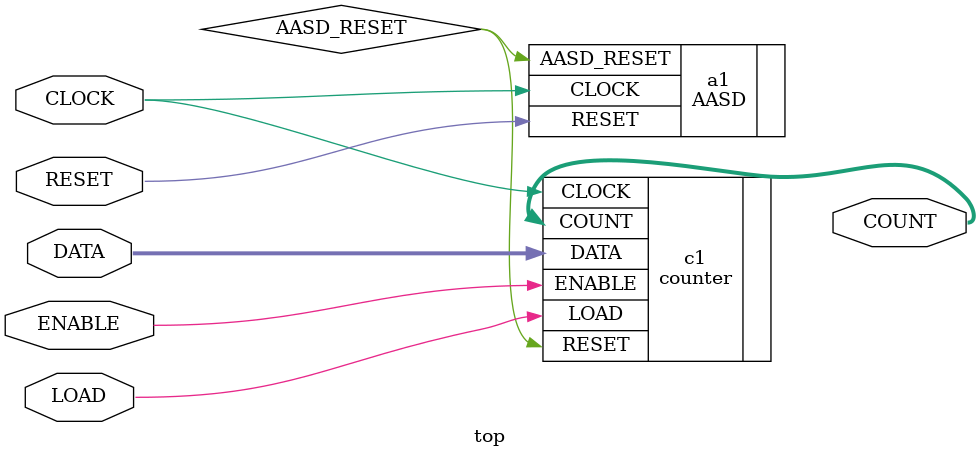
<source format=v>
/***************************************************************************
***                                                                      ***
*** EE 526 L Experiment #6                 Steven Hernandez, Fall, 2023 ***
***                                                                      ***
*** Experiment #6 Top		                                  ***
***                                                                      ***
****************************************************************************
*** Filename: Top.v          Created by Steven Hernandez, 10/20/23     ***
***                                                                      ***
****************************************************************************
*** This module is for a top-level design unti                           ***
****************************************************************************/

`timescale 1 ns/ 1 ns

module top(CLOCK, RESET, ENABLE, LOAD, DATA, COUNT);
   output [7:0] COUNT;
	input [7:0] DATA;
	input CLOCK, RESET, ENABLE, LOAD;    //inputs 

	wire AASD_RESET;
	
	AASD a1( .CLOCK(CLOCK), .RESET(RESET), .AASD_RESET(AASD_RESET));  //instantiations 

   counter c1(.CLOCK(CLOCK), .RESET(AASD_RESET), .ENABLE(ENABLE), .LOAD(LOAD), .DATA(DATA), .COUNT(COUNT));
 

endmodule 

</source>
